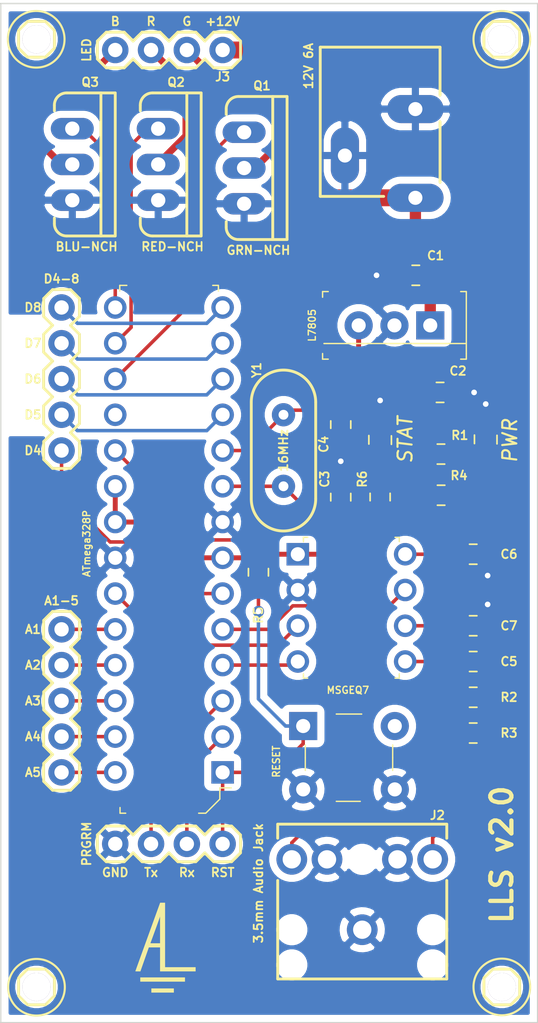
<source format=kicad_pcb>
(kicad_pcb (version 20240108) (generator "pcbnew") (generator_version "8.0")
  (layers (0 "F.Cu" signal) (31 "B.Cu" signal) (34 "B.Paste" user) (35 "F.Paste" user) (36 "B.SilkS" user "B.Silkscreen") (37 "F.SilkS" user "F.Silkscreen") (38 "B.Mask" user) (39 "F.Mask" user) (44 "Edge.Cuts" user))
  (net 0 "")
  (net 1 "GND")
  (net 2 "+12V")
  (net 3 "+5V")
  (net 4 "Net-(C3-Pad1)")
  (net 5 "Net-(C4-Pad1)")
  (net 6 "Net-(C5-Pad2)")
  (net 7 "AUDIO_IN")
  (net 8 "Net-(C6-Pad2)")
  (net 9 "Net-(C7-Pad1)")
  (net 10 "Net-(J2-PadTIP)")
  (net 11 "Net-(J2-PadRING)")
  (net 12 "Net-(J3-Pad4)")
  (net 13 "Net-(J3-Pad3)")
  (net 14 "Net-(J3-Pad2)")
  (net 15 "Net-(J4-Pad2)")
  (net 16 "Vg_Q1")
  (net 17 "Vg_Q2")
  (net 18 "Vg_Q3")
  (net 19 "Net-(S1-Pad2)")
  (net 20 "Net-(U1-Pad18)")
  (net 21 "Net-(J4-Pad3)")
  (net 22 "RST")
  (net 23 "Net-(J4-Pad5)")
  (net 24 "Net-(J4-Pad4)")
  (net 25 "Net-(J4-Pad1)")
  (net 26 "/Tx")
  (net 27 "/Rx")
  (net 28 "Net-(J6-Pad5)")
  (net 29 "Net-(J6-Pad4)")
  (net 30 "Net-(J6-Pad3)")
  (net 31 "Net-(J6-Pad2)")
  (net 32 "Net-(J6-Pad1)")
  (net 33 "Net-(PWR1-Pad1)")
  (net 34 "Net-(R6-Pad2)")
  (net 35 "Net-(R6-Pad1)")
  (net 36 "MSGEQ7_OUT")
  (net 37 "RESET")
  (net 38 "STROBE")
  (footprint "Source_Footprints:DIP-28_W7.62mm" (layer "F.Cu") (at 139.7 109.22 180)
    (property "Reference" "ATmega328P" (at 9.652 16.256 90) (layer "F.SilkS") (effects (font (size 0.5 0.5) (thickness 0.1))))
    (property "Value" "ATMEGA328P")
    (pad "1" thru_hole rect (at 0 0 180) (size 1.6 1.6) (drill 1) (layers "*.Cu" "*.Mask") (net 22 "RST"))
    (pad "2" thru_hole circle (at 0 2.54 180) (size 1.6 1.6) (drill 1) (layers "*.Cu" "*.Mask") (net 27 "/Rx"))
    (pad "3" thru_hole circle (at 0 5.08 180) (size 1.6 1.6) (drill 1) (layers "*.Cu" "*.Mask") (net 26 "/Tx"))
    (pad "4" thru_hole circle (at 0 7.62 180) (size 1.6 1.6) (drill 1) (layers "*.Cu" "*.Mask") (net 38 "STROBE"))
    (pad "5" thru_hole circle (at 0 10.16 180) (size 1.6 1.6) (drill 1) (layers "*.Cu" "*.Mask") (net 37 "RESET"))
    (pad "6" thru_hole circle (at 0 12.7 180) (size 1.6 1.6) (drill 1) (layers "*.Cu" "*.Mask") (net 32 "Net-(J6-Pad1)"))
    (pad "7" thru_hole circle (at 0 15.24 180) (size 1.6 1.6) (drill 1) (layers "*.Cu" "*.Mask") (net 3 "+5V"))
    (pad "8" thru_hole circle (at 0 17.78 180) (size 1.6 1.6) (drill 1) (layers "*.Cu" "*.Mask") (net 1 "GND"))
    (pad "9" thru_hole circle (at 0 20.32 180) (size 1.6 1.6) (drill 1) (layers "*.Cu" "*.Mask") (net 4 "Net-(C3-Pad1)"))
    (pad "10" thru_hole circle (at 0 22.86 180) (size 1.6 1.6) (drill 1) (layers "*.Cu" "*.Mask") (net 5 "Net-(C4-Pad1)"))
    (pad "11" thru_hole circle (at 0 25.4 180) (size 1.6 1.6) (drill 1) (layers "*.Cu" "*.Mask") (net 31 "Net-(J6-Pad2)"))
    (pad "12" thru_hole circle (at 0 27.94 180) (size 1.6 1.6) (drill 1) (layers "*.Cu" "*.Mask") (net 30 "Net-(J6-Pad3)"))
    (pad "13" thru_hole circle (at 0 30.48 180) (size 1.6 1.6) (drill 1) (layers "*.Cu" "*.Mask") (net 29 "Net-(J6-Pad4)"))
    (pad "14" thru_hole circle (at 0 33.02 180) (size 1.6 1.6) (drill 1) (layers "*.Cu" "*.Mask") (net 28 "Net-(J6-Pad5)"))
    (pad "15" thru_hole circle (at 7.62 33.02 180) (size 1.6 1.6) (drill 1) (layers "*.Cu" "*.Mask") (net 18 "Vg_Q3"))
    (pad "16" thru_hole circle (at 7.62 30.48 180) (size 1.6 1.6) (drill 1) (layers "*.Cu" "*.Mask") (net 17 "Vg_Q2"))
    (pad "17" thru_hole circle (at 7.62 27.94 180) (size 1.6 1.6) (drill 1) (layers "*.Cu" "*.Mask") (net 16 "Vg_Q1"))
    (pad "18" thru_hole circle (at 7.62 25.4 180) (size 1.6 1.6) (drill 1) (layers "*.Cu" "*.Mask") (net 20 "Net-(U1-Pad18)"))
    (pad "19" thru_hole circle (at 7.62 22.86 180) (size 1.6 1.6) (drill 1) (layers "*.Cu" "*.Mask") (net 34 "Net-(R6-Pad2)"))
    (pad "20" thru_hole circle (at 7.62 20.32 180) (size 1.6 1.6) (drill 1) (layers "*.Cu" "*.Mask") (net 3 "+5V"))
    (pad "21" thru_hole circle (at 7.62 17.78 180) (size 1.6 1.6) (drill 1) (layers "*.Cu" "*.Mask") (net 3 "+5V"))
    (pad "22" thru_hole circle (at 7.62 15.24 180) (size 1.6 1.6) (drill 1) (layers "*.Cu" "*.Mask") (net 1 "GND"))
    (pad "23" thru_hole circle (at 7.62 12.7 180) (size 1.6 1.6) (drill 1) (layers "*.Cu" "*.Mask") (net 36 "MSGEQ7_OUT"))
    (pad "24" thru_hole circle (at 7.62 10.16 180) (size 1.6 1.6) (drill 1) (layers "*.Cu" "*.Mask") (net 25 "Net-(J4-Pad1)"))
    (pad "25" thru_hole circle (at 7.62 7.62 180) (size 1.6 1.6) (drill 1) (layers "*.Cu" "*.Mask") (net 15 "Net-(J4-Pad2)"))
    (pad "26" thru_hole circle (at 7.62 5.08 180) (size 1.6 1.6) (drill 1) (layers "*.Cu" "*.Mask") (net 21 "Net-(J4-Pad3)"))
    (pad "27" thru_hole circle (at 7.62 2.54 180) (size 1.6 1.6) (drill 1) (layers "*.Cu" "*.Mask") (net 24 "Net-(J4-Pad4)"))
    (pad "28" thru_hole circle (at 7.62 0 180) (size 1.6 1.6) (drill 1) (layers "*.Cu" "*.Mask") (net 23 "Net-(J4-Pad5)"))
  )
  (footprint "Source_Footprints:DIP-8_W7.62mm" (layer "F.Cu") (at 145.034 93.726)
    (property "Reference" "MSGEQ7" (at 3.556 9.652 0) (layer "F.SilkS") (effects (font (size 0.5 0.5) (thickness 0.1))))
    (property "Value" "MSGEQ7")
    (pad "1" thru_hole rect (at 0 0) (size 1.6 1.6) (drill 1) (layers "*.Cu" "*.Mask") (net 3 "+5V"))
    (pad "2" thru_hole circle (at 0 2.54) (size 1.6 1.6) (drill 1) (layers "*.Cu" "*.Mask") (net 1 "GND"))
    (pad "3" thru_hole circle (at 0 5.08) (size 1.6 1.6) (drill 1) (layers "*.Cu" "*.Mask") (net 36 "MSGEQ7_OUT"))
    (pad "4" thru_hole circle (at 0 7.62) (size 1.6 1.6) (drill 1) (layers "*.Cu" "*.Mask") (net 38 "STROBE"))
    (pad "5" thru_hole circle (at 7.62 7.62) (size 1.6 1.6) (drill 1) (layers "*.Cu" "*.Mask") (net 7 "AUDIO_IN"))
    (pad "6" thru_hole circle (at 7.62 5.08) (size 1.6 1.6) (drill 1) (layers "*.Cu" "*.Mask") (net 9 "Net-(C7-Pad1)"))
    (pad "7" thru_hole circle (at 7.62 2.54) (size 1.6 1.6) (drill 1) (layers "*.Cu" "*.Mask") (net 37 "RESET"))
    (pad "8" thru_hole circle (at 7.62 0) (size 1.6 1.6) (drill 1) (layers "*.Cu" "*.Mask") (net 8 "Net-(C6-Pad2)"))
  )
  (footprint "Connectors:1X05" (layer "F.Cu") (at 128.27 99.06 -90)
    (property "Reference" "J4" (hide yes))
    (property "Value" "A1-5" (at -2.032 0 180) (layer "F.SilkS") (effects (font (size 0.6096 0.6096) (thickness 0.127))))
    (pad "1" thru_hole circle (at 0 0 270) (size 1.8796 1.8796) (drill 1.016) (layers "*.Cu" "*.Mask") (net 25 "Net-(J4-Pad1)"))
    (pad "2" thru_hole circle (at 2.54 0 270) (size 1.8796 1.8796) (drill 1.016) (layers "*.Cu" "*.Mask") (net 15 "Net-(J4-Pad2)"))
    (pad "3" thru_hole circle (at 5.08 0 270) (size 1.8796 1.8796) (drill 1.016) (layers "*.Cu" "*.Mask") (net 21 "Net-(J4-Pad3)"))
    (pad "4" thru_hole circle (at 7.62 0 270) (size 1.8796 1.8796) (drill 1.016) (layers "*.Cu" "*.Mask") (net 24 "Net-(J4-Pad4)"))
    (pad "5" thru_hole circle (at 10.16 0 270) (size 1.8796 1.8796) (drill 1.016) (layers "*.Cu" "*.Mask") (net 23 "Net-(J4-Pad5)"))
  )
  (footprint "Connectors:1X04" (layer "F.Cu") (at 139.7 114.3 180)
    (property "Reference" "J5" (hide yes))
    (property "Value" "PRGRM" (at 9.652 0 90) (layer "F.SilkS") (effects (font (size 0.6096 0.6096) (thickness 0.127))))
    (pad "1" thru_hole circle (at 0 0 180) (size 1.8796 1.8796) (drill 1.016) (layers "*.Cu" "*.Mask") (net 22 "RST"))
    (pad "2" thru_hole circle (at 2.54 0 180) (size 1.8796 1.8796) (drill 1.016) (layers "*.Cu" "*.Mask") (net 27 "/Rx"))
    (pad "3" thru_hole circle (at 5.08 0 180) (size 1.8796 1.8796) (drill 1.016) (layers "*.Cu" "*.Mask") (net 26 "/Tx"))
    (pad "4" thru_hole circle (at 7.62 0 180) (size 1.8796 1.8796) (drill 1.016) (layers "*.Cu" "*.Mask") (net 1 "GND"))
  )
  (footprint "Connectors:1X05" (layer "F.Cu") (at 128.27 86.36 90)
    (property "Reference" "J6" (hide yes))
    (property "Value" "D4-8" (at 12.192 0 180) (layer "F.SilkS") (effects (font (size 0.6096 0.6096) (thickness 0.127))))
    (pad "1" thru_hole circle (at 0 0 90) (size 1.8796 1.8796) (drill 1.016) (layers "*.Cu" "*.Mask") (net 32 "Net-(J6-Pad1)"))
    (pad "2" thru_hole circle (at 2.54 0 90) (size 1.8796 1.8796) (drill 1.016) (layers "*.Cu" "*.Mask") (net 31 "Net-(J6-Pad2)"))
    (pad "3" thru_hole circle (at 5.08 0 90) (size 1.8796 1.8796) (drill 1.016) (layers "*.Cu" "*.Mask") (net 30 "Net-(J6-Pad3)"))
    (pad "4" thru_hole circle (at 7.62 0 90) (size 1.8796 1.8796) (drill 1.016) (layers "*.Cu" "*.Mask") (net 29 "Net-(J6-Pad4)"))
    (pad "5" thru_hole circle (at 10.16 0 90) (size 1.8796 1.8796) (drill 1.016) (layers "*.Cu" "*.Mask") (net 28 "Net-(J6-Pad5)"))
  )
  (footprint "Resistor_SMD:R_0805_2012Metric_Pad1.15x1.40mm_HandSolder" (layer "F.Cu") (at 150.876 89.662 -90)
    (property "Reference" "R6" (at -1.27 1.27 90) (layer "F.SilkS") (effects (font (size 0.6096 0.6096) (thickness 0.127))))
    (property "Value" "220")
    (pad "1" smd roundrect (at -1.025 0 270) (size 1.15 1.4) (layers "F.Cu" "F.Paste" "F.Mask") (roundrect_rratio 0.217391) (net 35 "Net-(R6-Pad1)"))
    (pad "2" smd roundrect (at 1.025 0 270) (size 1.15 1.4) (layers "F.Cu" "F.Paste" "F.Mask") (roundrect_rratio 0.217391) (net 34 "Net-(R6-Pad2)"))
  )
  (footprint "digikey-footprints:0805" (layer "F.Cu") (at 150.876 85.598 90)
    (property "Reference" "STAT" (at 0 1.778 90) (layer "F.SilkS") (effects (font (thickness 0.15) (italic yes))))
    (property "Value" "LED")
    (pad "1" smd rect (at -1.05 0 90) (size 1.2 1.2) (layers "F.Cu" "F.Paste" "F.Mask") (net 35 "Net-(R6-Pad1)"))
    (pad "2" smd rect (at 1.05 0 90) (size 1.2 1.2) (layers "F.Cu" "F.Paste" "F.Mask") (net 1 "GND"))
  )
  (footprint "Capacitor_SMD:C_0805_2012Metric_Pad1.15x1.40mm_HandSolder" (layer "F.Cu") (at 153.407 73.914 180)
    (property "Reference" "C1" (at -1.406 1.397 0) (layer "F.SilkS") (effects (font (size 0.6096 0.6096) (thickness 0.127))))
    (property "Value" "10uF")
    (pad "1" smd roundrect (at -1.025 0 180) (size 1.15 1.4) (layers "F.Cu" "F.Paste" "F.Mask") (roundrect_rratio 0.217391) (net 2 "+12V"))
    (pad "2" smd roundrect (at 1.025 0 180) (size 1.15 1.4) (layers "F.Cu" "F.Paste" "F.Mask") (roundrect_rratio 0.217391) (net 1 "GND"))
  )
  (footprint "Capacitor_SMD:C_0805_2012Metric_Pad1.15x1.40mm_HandSolder" (layer "F.Cu") (at 155.1305 82.2325)
    (property "Reference" "C2" (at 1.27 -1.524 0) (layer "F.SilkS") (effects (font (size 0.6096 0.6096) (thickness 0.127))))
    (property "Value" "10uF")
    (pad "1" smd roundrect (at -1.025 0) (size 1.15 1.4) (layers "F.Cu" "F.Paste" "F.Mask") (roundrect_rratio 0.217391) (net 3 "+5V"))
    (pad "2" smd roundrect (at 1.025 0) (size 1.15 1.4) (layers "F.Cu" "F.Paste" "F.Mask") (roundrect_rratio 0.217391) (net 1 "GND"))
  )
  (footprint "Capacitor_SMD:C_0805_2012Metric_Pad1.15x1.40mm_HandSolder" (layer "F.Cu") (at 148.082 89.671 90)
    (property "Reference" "C3" (at 1.279 -1.143 90) (layer "F.SilkS") (effects (font (size 0.6096 0.6096) (thickness 0.127))))
    (property "Value" "22p")
    (pad "1" smd roundrect (at -1.025 0 90) (size 1.15 1.4) (layers "F.Cu" "F.Paste" "F.Mask") (roundrect_rratio 0.217391) (net 4 "Net-(C3-Pad1)"))
    (pad "2" smd roundrect (at 1.025 0 90) (size 1.15 1.4) (layers "F.Cu" "F.Paste" "F.Mask") (roundrect_rratio 0.217391) (net 1 "GND"))
  )
  (footprint "Capacitor_SMD:C_0805_2012Metric_Pad1.15x1.40mm_HandSolder" (layer "F.Cu") (at 157.48 101.346)
    (property "Reference" "C5" (at 2.54 0 0) (layer "F.SilkS") (effects (font (size 0.6096 0.6096) (thickness 0.127))))
    (property "Value" "0.1u")
    (pad "1" smd roundrect (at -1.025 0) (size 1.15 1.4) (layers "F.Cu" "F.Paste" "F.Mask") (roundrect_rratio 0.217391) (net 7 "AUDIO_IN"))
    (pad "2" smd roundrect (at 1.025 0) (size 1.15 1.4) (layers "F.Cu" "F.Paste" "F.Mask") (roundrect_rratio 0.217391) (net 6 "Net-(C5-Pad2)"))
  )
  (footprint "Capacitor_SMD:C_0805_2012Metric_Pad1.15x1.40mm_HandSolder" (layer "F.Cu") (at 157.48 93.726 180)
    (property "Reference" "C6" (at -2.54 0 0) (layer "F.SilkS") (effects (font (size 0.6096 0.6096) (thickness 0.127))))
    (property "Value" "33p")
    (pad "1" smd roundrect (at -1.025 0 180) (size 1.15 1.4) (layers "F.Cu" "F.Paste" "F.Mask") (roundrect_rratio 0.217391) (net 1 "GND"))
    (pad "2" smd roundrect (at 1.025 0 180) (size 1.15 1.4) (layers "F.Cu" "F.Paste" "F.Mask") (roundrect_rratio 0.217391) (net 8 "Net-(C6-Pad2)"))
  )
  (footprint "Capacitor_SMD:C_0805_2012Metric_Pad1.15x1.40mm_HandSolder" (layer "F.Cu") (at 157.48 98.806)
    (property "Reference" "C7" (at 2.54 0 0) (layer "F.SilkS") (effects (font (size 0.6096 0.6096) (thickness 0.127))))
    (property "Value" "0.1u")
    (pad "1" smd roundrect (at -1.025 0) (size 1.15 1.4) (layers "F.Cu" "F.Paste" "F.Mask") (roundrect_rratio 0.217391) (net 9 "Net-(C7-Pad1)"))
    (pad "2" smd roundrect (at 1.025 0) (size 1.15 1.4) (layers "F.Cu" "F.Paste" "F.Mask") (roundrect_rratio 0.217391) (net 1 "GND"))
  )
  (footprint "digikey-footprints:0805" (layer "F.Cu") (at 158.369 85.564 90)
    (property "Reference" "PWR" (at -0.0975 1.7145 90) (layer "F.SilkS") (effects (font (thickness 0.15) (italic yes))))
    (property "Value" "LED")
    (pad "1" smd rect (at -1.05 0 90) (size 1.2 1.2) (layers "F.Cu" "F.Paste" "F.Mask") (net 33 "Net-(PWR1-Pad1)"))
    (pad "2" smd rect (at 1.05 0 90) (size 1.2 1.2) (layers "F.Cu" "F.Paste" "F.Mask") (net 1 "GND"))
  )
  (footprint "Connectors:AUDIO-JACK" (layer "F.Cu") (at 149.606 120.396 90)
    (property "Reference" "J2" (at 8.128 5.334 180) (layer "F.SilkS") (effects (font (size 0.6096 0.6096) (thickness 0.127))))
    (property "Value" "3.5mm Audio Jack" (at 3.302 -7.366 90) (layer "F.SilkS") (effects (font (size 0.6096 0.6096) (thickness 0.127))))
    (pad "" np_thru_hole circle (at -2.49936 -4.99872 90) (size 1.19888 1.19888) (drill 1.19888) (layers "*.Cu" "*.Mask"))
    (pad "" np_thru_hole circle (at -2.49936 4.99872 90) (size 1.19888 1.19888) (drill 1.19888) (layers "*.Cu" "*.Mask"))
    (pad "" np_thru_hole circle (at 0 -4.99872 90) (size 1.19888 1.19888) (drill 1.19888) (layers "*.Cu" "*.Mask"))
    (pad "" np_thru_hole circle (at 0 4.99872 90) (size 1.19888 1.19888) (drill 1.19888) (layers "*.Cu" "*.Mask"))
    (pad "" np_thru_hole circle (at 4.99872 0 90) (size 1.19888 1.19888) (drill 1.19888) (layers "*.Cu" "*.Mask"))
    (pad "RING" thru_hole circle (at 4.99872 -4.99872 90) (size 2.18186 2.18186) (drill 1.29794) (layers "*.Cu" "*.Mask") (net 11 "Net-(J2-PadRING)"))
    (pad "RSH" thru_hole circle (at 4.99872 -2.49936 90) (size 2.18186 2.18186) (drill 1.29794) (layers "*.Cu" "*.Mask") (net 1 "GND"))
    (pad "SLEE" thru_hole circle (at 0 0 90) (size 2.18186 2.18186) (drill 1.29794) (layers "*.Cu" "*.Mask") (net 1 "GND"))
    (pad "TIP" thru_hole circle (at 4.99872 4.99872 90) (size 2.18186 2.18186) (drill 1.29794) (layers "*.Cu" "*.Mask") (net 10 "Net-(J2-PadTIP)"))
    (pad "TSH" thru_hole circle (at 4.99872 2.49936 90) (size 2.18186 2.18186) (drill 1.29794) (layers "*.Cu" "*.Mask") (net 1 "GND"))
  )
  (footprint "Connectors:1X04" (layer "F.Cu") (at 139.7 57.912 180)
    (property "Reference" "J3" (at 0 -1.905 0) (layer "F.SilkS") (effects (font (size 0.6096 0.6096) (thickness 0.127))))
    (property "Value" "LED" (at 9.652 0 90) (layer "F.SilkS") (effects (font (size 0.6096 0.6096) (thickness 0.127))))
    (pad "1" thru_hole circle (at 0 0 180) (size 1.8796 1.8796) (drill 1.016) (layers "*.Cu" "*.Mask") (net 2 "+12V"))
    (pad "2" thru_hole circle (at 2.54 0 180) (size 1.8796 1.8796) (drill 1.016) (layers "*.Cu" "*.Mask") (net 14 "Net-(J3-Pad2)"))
    (pad "3" thru_hole circle (at 5.08 0 180) (size 1.8796 1.8796) (drill 1.016) (layers "*.Cu" "*.Mask") (net 13 "Net-(J3-Pad3)"))
    (pad "4" thru_hole circle (at 7.62 0 180) (size 1.8796 1.8796) (drill 1.016) (layers "*.Cu" "*.Mask") (net 12 "Net-(J3-Pad4)"))
  )
  (footprint "Silicon-Standard:TO220V" (layer "F.Cu") (at 141.224 66.294 -90)
    (property "Reference" "Q1" (at -5.842 -1.27 0) (layer "F.SilkS") (effects (font (size 0.6096 0.6096) (thickness 0.127))))
    (property "Value" "GRN-NCH" (at 5.842 -1.016 0) (layer "F.SilkS") (effects (font (size 0.6096 0.6096) (thickness 0.127))))
    (pad "1" thru_hole oval (at -2.54 0 90) (size 1.524 3.048) (drill 1.016) (layers "*.Cu" "*.Mask") (net 16 "Vg_Q1"))
    (pad "2" thru_hole oval (at 0 0 90) (size 1.524 3.048) (drill 1.016) (layers "*.Cu" "*.Mask") (net 14 "Net-(J3-Pad2)"))
    (pad "3" thru_hole oval (at 2.54 0 90) (size 1.524 3.048) (drill 1.016) (layers "*.Cu" "*.Mask") (net 1 "GND"))
  )
  (footprint "Silicon-Standard:TO220V" (layer "F.Cu") (at 135.128 66.04 -90)
    (property "Reference" "Q2" (at -5.842 -1.27 0) (layer "F.SilkS") (effects (font (size 0.6096 0.6096) (thickness 0.127))))
    (property "Value" "RED-NCH" (at 5.842 -1.016 0) (layer "F.SilkS") (effects (font (size 0.6096 0.6096) (thickness 0.127))))
    (pad "1" thru_hole oval (at -2.54 0 90) (size 1.524 3.048) (drill 1.016) (layers "*.Cu" "*.Mask") (net 17 "Vg_Q2"))
    (pad "2" thru_hole oval (at 0 0 90) (size 1.524 3.048) (drill 1.016) (layers "*.Cu" "*.Mask") (net 13 "Net-(J3-Pad3)"))
    (pad "3" thru_hole oval (at 2.54 0 90) (size 1.524 3.048) (drill 1.016) (layers "*.Cu" "*.Mask") (net 1 "GND"))
  )
  (footprint "Silicon-Standard:TO220V" (layer "F.Cu") (at 129.032 66.04 -90)
    (property "Reference" "Q3" (at -5.842 -1.27 0) (layer "F.SilkS") (effects (font (size 0.6096 0.6096) (thickness 0.127))))
    (property "Value" "BLU-NCH" (at 5.842 -1.016 0) (layer "F.SilkS") (effects (font (size 0.6096 0.6096) (thickness 0.127))))
    (pad "1" thru_hole oval (at -2.54 0 90) (size 1.524 3.048) (drill 1.016) (layers "*.Cu" "*.Mask") (net 18 "Vg_Q3"))
    (pad "2" thru_hole oval (at 0 0 90) (size 1.524 3.048) (drill 1.016) (layers "*.Cu" "*.Mask") (net 12 "Net-(J3-Pad4)"))
    (pad "3" thru_hole oval (at 2.54 0 90) (size 1.524 3.048) (drill 1.016) (layers "*.Cu" "*.Mask") (net 1 "GND"))
  )
  (footprint "Resistor_SMD:R_0805_2012Metric_Pad1.15x1.40mm_HandSolder" (layer "F.Cu") (at 155.194 86.614 180)
    (property "Reference" "R1" (at -1.3335 1.3335 0) (layer "F.SilkS") (effects (font (size 0.6096 0.6096) (thickness 0.127))))
    (property "Value" "220")
    (pad "1" smd roundrect (at -1.025 0 180) (size 1.15 1.4) (layers "F.Cu" "F.Paste" "F.Mask") (roundrect_rratio 0.217391) (net 33 "Net-(PWR1-Pad1)"))
    (pad "2" smd roundrect (at 1.025 0 180) (size 1.15 1.4) (layers "F.Cu" "F.Paste" "F.Mask") (roundrect_rratio 0.217391) (net 3 "+5V"))
  )
  (footprint "Resistor_SMD:R_0805_2012Metric_Pad1.15x1.40mm_HandSolder" (layer "F.Cu") (at 157.48 103.886 180)
    (property "Reference" "R2" (at -2.54 0 0) (layer "F.SilkS") (effects (font (size 0.6096 0.6096) (thickness 0.127))))
    (property "Value" "22k")
    (pad "1" smd roundrect (at -1.025 0 180) (size 1.15 1.4) (layers "F.Cu" "F.Paste" "F.Mask") (roundrect_rratio 0.217391) (net 6 "Net-(C5-Pad2)"))
    (pad "2" smd roundrect (at 1.025 0 180) (size 1.15 1.4) (layers "F.Cu" "F.Paste" "F.Mask") (roundrect_rratio 0.217391) (net 11 "Net-(J2-PadRING)"))
  )
  (footprint "Resistor_SMD:R_0805_2012Metric_Pad1.15x1.40mm_HandSolder" (layer "F.Cu") (at 157.48 106.426 180)
    (property "Reference" "R3" (at -2.54 0 0) (layer "F.SilkS") (effects (font (size 0.6096 0.6096) (thickness 0.127))))
    (property "Value" "22k")
    (pad "1" smd roundrect (at -1.025 0 180) (size 1.15 1.4) (layers "F.Cu" "F.Paste" "F.Mask") (roundrect_rratio 0.217391) (net 6 "Net-(C5-Pad2)"))
    (pad "2" smd roundrect (at 1.025 0 180) (size 1.15 1.4) (layers "F.Cu" "F.Paste" "F.Mask") (roundrect_rratio 0.217391) (net 10 "Net-(J2-PadTIP)"))
  )
  (footprint "Resistor_SMD:R_0805_2012Metric_Pad1.15x1.40mm_HandSolder" (layer "F.Cu") (at 155.203 89.535)
    (property "Reference" "R4" (at 1.27 -1.397 0) (layer "F.SilkS") (effects (font (size 0.6096 0.6096) (thickness 0.127))))
    (property "Value" "200k")
    (pad "1" smd roundrect (at -1.025 0) (size 1.15 1.4) (layers "F.Cu" "F.Paste" "F.Mask") (roundrect_rratio 0.217391) (net 3 "+5V"))
    (pad "2" smd roundrect (at 1.025 0) (size 1.15 1.4) (layers "F.Cu" "F.Paste" "F.Mask") (roundrect_rratio 0.217391) (net 8 "Net-(C6-Pad2)"))
  )
  (footprint "Resistor_SMD:R_0805_2012Metric_Pad1.15x1.40mm_HandSolder" (layer "F.Cu") (at 142.24 95.005 90)
    (property "Reference" "R5" (at -3.048 0 90) (layer "F.SilkS") (effects (font (size 0.6096 0.6096) (thickness 0.127))))
    (property "Value" "10k")
    (pad "1" smd roundrect (at -1.025 0 90) (size 1.15 1.4) (layers "F.Cu" "F.Paste" "F.Mask") (roundrect_rratio 0.217391) (net 22 "RST"))
    (pad "2" smd roundrect (at 1.025 0 90) (size 1.15 1.4) (layers "F.Cu" "F.Paste" "F.Mask") (roundrect_rratio 0.217391) (net 3 "+5V"))
  )
  (footprint "digikey-footprints:TO-220-3" (layer "F.Cu") (at 154.432 77.47 180)
    (property "Reference" "L7805" (at 8.382 0 90) (layer "F.SilkS") (effects (font (size 0.5 0.5) (thickness 0.1))))
    (property "Value" "L7805CV")
    (pad "1" thru_hole rect (at 0 0 180) (size 2 2) (drill 1) (layers "*.Cu" "*.Mask") (net 2 "+12V"))
    (pad "2" thru_hole circle (at 2.54 0 180) (size 2 2) (drill 1) (layers "*.Cu" "*.Mask") (net 1 "GND"))
    (pad "3" thru_hole circle (at 5.08 0 180) (size 2 2) (drill 1) (layers "*.Cu" "*.Mask") (net 3 "+5V"))
  )
  (footprint "Connectors:POWER_JACK_SLOT" (layer "F.Cu") (at 155.956 54.61 180)
    (property "Reference" "J1" (hide yes))
    (property "Value" "12V 6A" (at 10.16 -4.445 90) (layer "F.SilkS") (effects (font (size 0.6096 0.6096) (thickness 0.127))))
    (pad "GND@" thru_hole oval (at 2.5781 -7.49808 270) (size 1.99898 3.99796) (drill 0.99822) (layers "*.Cu" "*.Mask") (net 1 "GND"))
    (pad "GND@" thru_hole oval (at 7.57936 -10.79754) (size 1.99898 3.99796) (drill 0.99822) (layers "*.Cu" "*.Mask") (net 1 "GND"))
    (pad "PWR" thru_hole oval (at 2.5781 -13.79982 270) (size 1.99898 3.99796) (drill 0.99822) (layers "*.Cu" "*.Mask") (net 2 "+12V"))
  )
  (footprint "digikey-footprints:Switch_Tactile_THT_B3F-1xxx" (layer "F.Cu") (at 145.415 105.918)
    (property "Reference" "RESET" (at -1.905 2.54 90) (layer "F.SilkS") (effects (font (size 0.5 0.5) (thickness 0.1))))
    (property "Value" "SW400-ND")
    (pad "1" thru_hole rect (at 0.0012 0.0106) (size 2 2) (drill 1) (layers "*.Cu" "*.Mask") (net 22 "RST"))
    (pad "2" thru_hole circle (at 6.5012 0.0106) (size 2 2) (drill 1) (layers "*.Cu" "*.Mask") (net 19 "Net-(S1-Pad2)"))
    (pad "3" thru_hole circle (at 0.0012 4.5106) (size 2 2) (drill 1) (layers "*.Cu" "*.Mask") (net 1 "GND"))
    (pad "4" thru_hole circle (at 6.5012 4.5106) (size 2 2) (drill 1) (layers "*.Cu" "*.Mask") (net 1 "GND"))
  )
  (footprint "Clocks:HC49US" (layer "F.Cu") (at 144.018 86.36 90)
    (property "Reference" "Y1" (at 5.715 -1.905 90) (layer "F.SilkS") (effects (font (size 0.6096 0.6096) (thickness 0.127))))
    (property "Value" "16MHz" (at 0 0 90) (layer "F.SilkS") (effects (font (size 0.6096 0.6096) (thickness 0.127))))
    (pad "1" thru_hole circle (at -2.54 0 90) (size 1.651 1.651) (drill 0.6985) (layers "*.Cu" "*.Mask") (net 4 "Net-(C3-Pad1)"))
    (pad "2" thru_hole circle (at 2.54 0 90) (size 1.651 1.651) (drill 0.6985) (layers "*.Cu" "*.Mask") (net 5 "Net-(C4-Pad1)"))
  )
  (footprint "Capacitor_SMD:C_0805_2012Metric_Pad1.15x1.40mm_HandSolder" (layer "F.Cu") (at 148.082 84.5185 -90)
    (property "Reference" "C4" (at 1.397 1.2065 90) (layer "F.SilkS") (effects (font (size 0.6096 0.6096) (thickness 0.127))))
    (property "Value" "22p")
    (pad "1" smd roundrect (at -1.025 0 270) (size 1.15 1.4) (layers "F.Cu" "F.Paste" "F.Mask") (roundrect_rratio 0.217391) (net 5 "Net-(C4-Pad1)"))
    (pad "2" smd roundrect (at 1.025 0 270) (size 1.15 1.4) (layers "F.Cu" "F.Paste" "F.Mask") (roundrect_rratio 0.217391) (net 1 "GND"))
  )
  (footprint "Aesthetics:logo" (layer "F.Cu") (at 135.636 121.666)
    (property "Reference" "m" (hide yes))
    (property "Value" "LOGO" (hide yes))
  )
  (footprint "Connectors:1X01" (layer "F.Cu") (at 126.492 124.46)
    (property "Reference" " " (at 0 -1.778 0) (layer "F.SilkS") (effects (font (size 0.6096 0.6096) (thickness 0.127))))
    (property "Value" " " (at 0 1.905 0) (layer "F.SilkS") (effects (font (size 0.6096 0.6096) (thickness 0.127))))
    (pad "1" thru_hole circle (at 0 0) (size 2 2) (drill 2) (layers "*.Cu" "*.Mask"))
  )
  (footprint "Connectors:1X01" (layer "F.Cu") (at 159.512 124.46)
    (property "Reference" " " (at 0 -1.778 0) (layer "F.SilkS") (effects (font (size 0.6096 0.6096) (thickness 0.127))))
    (property "Value" " " (at 0 1.905 0) (layer "F.SilkS") (effects (font (size 0.6096 0.6096) (thickness 0.127))))
    (pad "1" thru_hole circle (at 0 0) (size 2 2) (drill 2) (layers "*.Cu" "*.Mask"))
  )
  (footprint "Connectors:1X01" (layer "F.Cu") (at 159.512 57.15)
    (property "Reference" " " (at 0 -1.778 0) (layer "F.SilkS") (effects (font (size 0.6096 0.6096) (thickness 0.127))))
    (property "Value" " " (at 0 1.905 0) (layer "F.SilkS") (effects (font (size 0.6096 0.6096) (thickness 0.127))))
    (pad "1" thru_hole circle (at 0 0) (size 2 2) (drill 2) (layers "*.Cu" "*.Mask"))
  )
  (footprint "Connectors:1X01" (layer "F.Cu") (at 126.492 57.15)
    (property "Reference" " " (at 0 -1.778 0) (layer "F.SilkS") (effects (font (size 0.6096 0.6096) (thickness 0.127))))
    (property "Value" " " (at 0 1.905 0) (layer "F.SilkS") (effects (font (size 0.6096 0.6096) (thickness 0.127))))
    (pad "1" thru_hole circle (at 0 0) (size 2 2) (drill 2) (layers "*.Cu" "*.Mask"))
  )
  (gr_circle (center 159.512 57.15) (end 157.5054 57.277) (stroke (width 0.15)) (fill none) (layer "F.SilkS"))
  (gr_circle (center 126.470614 57.15) (end 124.464014 57.277) (stroke (width 0.15)) (fill none) (layer "F.SilkS"))
  (gr_circle (center 126.492 124.481386) (end 124.4854 124.608386) (stroke (width 0.15)) (fill none) (layer "F.SilkS"))
  (gr_circle (center 159.512 124.46) (end 157.5054 124.587) (stroke (width 0.15)) (fill none) (layer "F.SilkS"))
  (gr_line (start 123.952 54.61) (end 162.052 54.61) (stroke (width 0.1)) (layer "Edge.Cuts"))
  (gr_line (start 162.052 54.61) (end 162.052 127) (stroke (width 0.1)) (layer "Edge.Cuts"))
  (gr_line (start 123.952 127) (end 123.952 54.61) (stroke (width 0.1)) (layer "Edge.Cuts"))
  (gr_line (start 162.052 127) (end 123.952 127) (stroke (width 0.1)) (layer "Edge.Cuts"))
  (gr_text "A2" (at 126.238 101.6 0) (layer "F.SilkS") (effects (font (size 0.6096 0.6096) (thickness 0.127))))
  (gr_text "A3\n" (at 126.238 104.14 0) (layer "F.SilkS") (effects (font (size 0.6096 0.6096) (thickness 0.127))))
  (gr_text "A4\n" (at 126.238 106.68 0) (layer "F.SilkS") (effects (font (size 0.6096 0.6096) (thickness 0.127))))
  (gr_text "A5" (at 126.238 109.22 0) (layer "F.SilkS") (effects (font (size 0.6096 0.6096) (thickness 0.127))))
  (gr_text "D4" (at 126.238 86.36 0) (layer "F.SilkS") (effects (font (size 0.6096 0.6096) (thickness 0.127))))
  (gr_text "D5" (at 126.238 83.82 0) (layer "F.SilkS") (effects (font (size 0.6096 0.6096) (thickness 0.127))))
  (gr_text "D6" (at 126.238 81.28 0) (layer "F.SilkS") (effects (font (size 0.6096 0.6096) (thickness 0.127))))
  (gr_text "D7" (at 126.238 78.74 0) (layer "F.SilkS") (effects (font (size 0.6096 0.6096) (thickness 0.127))))
  (gr_text "D8" (at 126.238 76.2 0) (layer "F.SilkS") (effects (font (size 0.6096 0.6096) (thickness 0.127))))
  (gr_text "A1" (at 126.238 99.06 0) (layer "F.SilkS") (effects (font (size 0.6096 0.6096) (thickness 0.127))))
  (gr_text "B" (at 132.08 55.88 0) (layer "F.SilkS") (effects (font (size 0.6096 0.6096) (thickness 0.127))))
  (gr_text "R" (at 134.62 55.88 0) (layer "F.SilkS") (effects (font (size 0.6096 0.6096) (thickness 0.127))))
  (gr_text "G" (at 137.16 55.88 0) (layer "F.SilkS") (effects (font (size 0.6096 0.6096) (thickness 0.127))))
  (gr_text "+12V" (at 139.7 55.88 0) (layer "F.SilkS") (effects (font (size 0.6096 0.6096) (thickness 0.127))))
  (gr_text "Rx" (at 137.16 116.332 0) (layer "F.SilkS") (effects (font (size 0.6096 0.6096) (thickness 0.127))))
  (gr_text "RST" (at 139.7 116.332 0) (layer "F.SilkS") (effects (font (size 0.6096 0.6096) (thickness 0.127))))
  (gr_text "Tx" (at 134.62 116.332 0) (layer "F.SilkS") (effects (font (size 0.6096 0.6096) (thickness 0.127))))
  (gr_text "LLS v2.0" (at 159.512 115.062 90) (layer "F.SilkS") (effects (font (size 1.5 1.5) (thickness 0.3))))
  (gr_text "GND" (at 132.08 116.332 0) (layer "F.SilkS") (effects (font (size 0.6096 0.6096) (thickness 0.127))))
  (segment (start 158.505 95.241) (end 158.505 95.241) (width 0.25) (layer "F.Cu") (net 1))
  (segment (start 158.505 97.291) (end 158.505 97.291) (width 0.25) (layer "F.Cu") (net 1))
  (segment (start 150.622 73.914) (end 150.622 73.914) (width 0.25) (layer "F.Cu") (net 1))
  (segment (start 148.082 87.122) (end 148.082 87.122) (width 0.25) (layer "F.Cu") (net 1))
  (segment (start 158.369 83.058) (end 158.369 83.058) (width 0.25) (layer "F.Cu") (net 1))
  (segment (start 150.876 82.804) (end 150.876 82.804) (width 0.25) (layer "F.Cu") (net 1))
  (segment (start 152.382 73.914) (end 150.622 73.914) (width 0.25) (layer "F.Cu") (net 1))
  (segment (start 156.8305 82.2325) (end 157.5435 82.2325) (width 0.25) (layer "F.Cu") (net 1))
  (segment (start 148.082 88.646) (end 148.082 87.971) (width 0.25) (layer "F.Cu") (net 1))
  (segment (start 156.1555 82.2325) (end 156.8305 82.2325) (width 0.25) (layer "F.Cu") (net 1))
  (segment (start 158.505 93.726) (end 158.505 95.241) (width 0.25) (layer "F.Cu") (net 1))
  (segment (start 158.369 84.514) (end 158.369 83.058) (width 0.25) (layer "F.Cu") (net 1))
  (segment (start 148.082 85.5435) (end 148.082 87.122) (width 0.25) (layer "F.Cu") (net 1))
  (segment (start 148.082 87.971) (end 148.082 87.122) (width 0.25) (layer "F.Cu") (net 1))
  (segment (start 158.505 98.806) (end 158.505 97.291) (width 0.25) (layer "F.Cu") (net 1))
  (segment (start 150.876 84.548) (end 150.876 82.804) (width 0.25) (layer "F.Cu") (net 1))
  (via (at 150.622 73.914) (size 0.8) (drill 0.4) (layers "F.Cu" "B.Cu") (net 1))
  (via (at 158.505 97.291) (size 0.8) (drill 0.4) (layers "F.Cu" "B.Cu") (net 1))
  (via (at 158.369 83.058) (size 0.8) (drill 0.4) (layers "F.Cu" "B.Cu") (net 1))
  (via (at 148.082 87.122) (size 0.8) (drill 0.4) (layers "F.Cu" "B.Cu") (net 1))
  (via (at 158.505 95.241) (size 0.8) (drill 0.4) (layers "F.Cu" "B.Cu") (net 1))
  (via (at 150.876 82.804) (size 0.8) (drill 0.4) (layers "F.Cu" "B.Cu") (net 1))
  (via (at 157.5435 82.2325) (size 0.8) (drill 0.4) (layers "F.Cu" "B.Cu") (net 1))
  (segment (start 154.187 77.225) (end 154.432 77.47) (width 0.25) (layer "F.Cu") (net 2))
  (segment (start 146.13382 68.40982) (end 153.3779 68.40982) (width 1.2) (layer "F.Cu") (net 2))
  (segment (start 143.764 57.912) (end 145.288 59.436) (width 1.2) (layer "F.Cu") (net 2))
  (segment (start 153.3779 68.40982) (end 153.3779 70.8279) (width 0.8) (layer "F.Cu") (net 2))
  (segment (start 139.7 57.912) (end 143.764 57.912) (width 1.2) (layer "F.Cu") (net 2))
  (segment (start 154.432 73.914) (end 154.432 77.47) (width 0.8) (layer "F.Cu") (net 2))
  (segment (start 154.432 71.882) (end 154.432 73.914) (width 0.8) (layer "F.Cu") (net 2))
  (segment (start 145.288 59.436) (end 145.288 67.564) (width 1.2) (layer "F.Cu") (net 2))
  (segment (start 145.288 67.564) (end 146.13382 68.40982) (width 1.2) (layer "F.Cu") (net 2))
  (segment (start 153.3779 70.8279) (end 154.432 71.882) (width 0.8) (layer "F.Cu") (net 2))
  (segment (start 145.034 93.726) (end 149.987 93.726) (width 0.35) (layer "F.Cu") (net 3))
  (segment (start 150.622 81.28) (end 153.153 81.28) (width 0.35) (layer "F.Cu") (net 3))
  (segment (start 153.153 81.28) (end 154.1055 82.2325) (width 0.35) (layer "F.Cu") (net 3))
  (segment (start 132.08 88.9) (end 132.08 91.44) (width 0.35) (layer "F.Cu") (net 3))
  (segment (start 136.906 93.98) (end 134.366 91.44) (width 0.35) (layer "F.Cu") (net 3))
  (segment (start 145.034 93.726) (end 142.494 93.726) (width 0.35) (layer "F.Cu") (net 3))
  (segment (start 154.178 89.535) (end 149.987 93.726) (width 0.35) (layer "F.Cu") (net 3))
  (segment (start 149.352 77.47) (end 149.352 80.01) (width 0.35) (layer "F.Cu") (net 3))
  (segment (start 154.169 86.614) (end 154.169 89.526) (width 0.35) (layer "F.Cu") (net 3))
  (segment (start 149.352 80.01) (end 150.622 81.28) (width 0.35) (layer "F.Cu") (net 3))
  (segment (start 154.1055 86.5505) (end 154.169 86.614) (width 0.35) (layer "F.Cu") (net 3))
  (segment (start 154.169 89.526) (end 154.178 89.535) (width 0.35) (layer "F.Cu") (net 3))
  (segment (start 139.7 93.98) (end 136.906 93.98) (width 0.35) (layer "F.Cu") (net 3))
  (segment (start 134.366 91.44) (end 132.08 91.44) (width 0.35) (layer "F.Cu") (net 3))
  (segment (start 142.494 93.726) (end 142.24 93.98) (width 0.35) (layer "F.Cu") (net 3))
  (segment (start 139.954 93.726) (end 139.7 93.98) (width 0.25) (layer "F.Cu") (net 3))
  (segment (start 154.1055 82.2325) (end 154.1055 86.5505) (width 0.35) (layer "F.Cu") (net 3))
  (segment (start 142.24 93.98) (end 139.7 93.98) (width 0.35) (layer "F.Cu") (net 3))
  (segment (start 139.7 88.9) (end 144.018 88.9) (width 0.25) (layer "F.Cu") (net 4))
  (segment (start 148.082 90.696) (end 145.814 90.696) (width 0.25) (layer "F.Cu") (net 4))
  (segment (start 145.814 90.696) (end 144.018 88.9) (width 0.25) (layer "F.Cu") (net 4))
  (segment (start 141.478 86.36) (end 144.018 83.82) (width 0.25) (layer "F.Cu") (net 5))
  (segment (start 148.082 83.4935) (end 144.3445 83.4935) (width 0.25) (layer "F.Cu") (net 5))
  (segment (start 139.7 86.36) (end 141.478 86.36) (width 0.25) (layer "F.Cu") (net 5))
  (segment (start 144.3445 83.4935) (end 144.018 83.82) (width 0.25) (layer "F.Cu") (net 5))
  (segment (start 158.505 101.346) (end 158.505 103.886) (width 0.25) (layer "F.Cu") (net 6))
  (segment (start 158.505 103.886) (end 158.505 106.426) (width 0.25) (layer "F.Cu") (net 6))
  (segment (start 153.78537 101.346) (end 156.455 101.346) (width 0.25) (layer "F.Cu") (net 7))
  (segment (start 152.654 101.346) (end 153.78537 101.346) (width 0.25) (layer "F.Cu") (net 7))
  (segment (start 156.228 93.499) (end 156.455 93.726) (width 0.25) (layer "F.Cu") (net 8))
  (segment (start 153.78537 93.726) (end 156.455 93.726) (width 0.25) (layer "F.Cu") (net 8))
  (segment (start 156.228 89.535) (end 156.228 93.499) (width 0.25) (layer "F.Cu") (net 8))
  (segment (start 152.654 93.726) (end 153.78537 93.726) (width 0.25) (layer "F.Cu") (net 8))
  (segment (start 152.654 98.806) (end 156.455 98.806) (width 0.25) (layer "F.Cu") (net 9))
  (segment (start 154.60472 113.854472) (end 155.831628 112.627564) (width 0.25) (layer "F.Cu") (net 10))
  (segment (start 154.60472 115.39728) (end 154.60472 113.854472) (width 0.25) (layer "F.Cu") (net 10))
  (segment (start 155.831628 107.049372) (end 156.455 106.426) (width 0.25) (layer "F.Cu") (net 10))
  (segment (start 155.831628 112.627564) (end 155.831628 107.049372) (width 0.25) (layer "F.Cu") (net 10))
  (segment (start 144.60728 114.21872) (end 144.60728 115.39728) (width 0.25) (layer "F.Cu") (net 11))
  (segment (start 146.05 112.776) (end 152.908 112.776) (width 0.25) (layer "F.Cu") (net 11))
  (segment (start 152.908 112.776) (end 154.432 111.252) (width 0.25) (layer "F.Cu") (net 11))
  (segment (start 156.455 103.886) (end 154.432 105.909) (width 0.25) (layer "F.Cu") (net 11))
  (segment (start 144.60728 114.21872) (end 146.05 112.776) (width 0.25) (layer "F.Cu") (net 11))
  (segment (start 154.432 105.909) (end 154.432 111.252) (width 0.25) (layer "F.Cu") (net 11))
  (segment (start 131.064 58.928) (end 132.08 57.912) (width 0.5) (layer "F.Cu") (net 12))
  (segment (start 129.032 66.04) (end 128.27 66.04) (width 0.5) (layer "F.Cu") (net 12))
  (segment (start 126.492 62.992) (end 130.556 58.928) (width 0.5) (layer "F.Cu") (net 12))
  (segment (start 128.27 66.04) (end 126.492 64.262) (width 0.5) (layer "F.Cu") (net 12))
  (segment (start 126.492 64.262) (end 126.492 62.992) (width 0.5) (layer "F.Cu") (net 12))
  (segment (start 130.556 58.928) (end 131.064 58.928) (width 0.5) (layer "F.Cu") (net 12))
  (segment (start 135.559799 58.851799) (end 134.62 57.912) (width 0.5) (layer "F.Cu") (net 13))
  (segment (start 137.10201 64.00203) (end 137.10201 60.39401) (width 0.5) (layer "F.Cu") (net 13))
  (segment (start 135.128 66.04) (end 135.128 65.97604) (width 0.5) (layer "F.Cu") (net 13))
  (segment (start 135.89 66.04) (end 135.128 66.04) (width 0.5) (layer "F.Cu") (net 13))
  (segment (start 137.10201 60.39401) (end 135.559799 58.851799) (width 0.5) (layer "F.Cu") (net 13))
  (segment (start 135.128 65.97604) (end 137.10201 64.00203) (width 0.5) (layer "F.Cu") (net 13))
  (segment (start 141.224 66.294) (end 141.986 66.294) (width 0.5) (layer "F.Cu") (net 14))
  (segment (start 141.986 66.294) (end 143.764 64.516) (width 0.5) (layer "F.Cu") (net 14))
  (segment (start 140.716 61.468) (end 137.16 57.912) (width 0.5) (layer "F.Cu") (net 14))
  (segment (start 143.764 64.516) (end 143.764 61.976) (width 0.5) (layer "F.Cu") (net 14))
  (segment (start 143.256 61.468) (end 140.716 61.468) (width 0.5) (layer "F.Cu") (net 14))
  (segment (start 143.764 61.976) (end 143.256 61.468) (width 0.5) (layer "F.Cu") (net 14))
  (segment (start 128.27 101.6) (end 132.08 101.6) (width 0.25) (layer "F.Cu") (net 15))
  (segment (start 132.08 81.28) (end 137.864009 75.495991) (width 0.25) (layer "F.Cu") (net 16))
  (segment (start 140.462 63.754) (end 141.224 63.754) (width 0.25) (layer "F.Cu") (net 16))
  (segment (start 137.864009 75.495991) (end 137.864009 66.351991) (width 0.25) (layer "F.Cu") (net 16))
  (segment (start 137.864009 66.351991) (end 140.462 63.754) (width 0.25) (layer "F.Cu") (net 16))
  (segment (start 133.205001 77.614999) (end 133.205001 64.660999) (width 0.25) (layer "F.Cu") (net 17))
  (segment (start 133.205001 64.660999) (end 134.366 63.5) (width 0.25) (layer "F.Cu") (net 17))
  (segment (start 134.366 63.5) (end 135.128 63.5) (width 0.25) (layer "F.Cu") (net 17))
  (segment (start 132.08 78.74) (end 133.205001 77.614999) (width 0.25) (layer "F.Cu") (net 17))
  (segment (start 132.08 76.2) (end 132.08 65.786) (width 0.25) (layer "F.Cu") (net 18))
  (segment (start 132.08 65.786) (end 129.794 63.5) (width 0.25) (layer "F.Cu") (net 18))
  (segment (start 129.794 63.5) (end 129.032 63.5) (width 0.25) (layer "F.Cu") (net 18))
  (segment (start 128.27 104.14) (end 129.599077 104.14) (width 0.25) (layer "F.Cu") (net 21))
  (segment (start 129.599077 104.14) (end 132.08 104.14) (width 0.25) (layer "F.Cu") (net 21))
  (segment (start 143.3748 109.22) (end 145.4162 107.1786) (width 0.25) (layer "F.Cu") (net 22))
  (segment (start 145.4162 107.1786) (end 145.4162 105.9286) (width 0.25) (layer "F.Cu") (net 22))
  (segment (start 144.9098 106.435) (end 145.4162 105.9286) (width 0.25) (layer "F.Cu") (net 22))
  (segment (start 139.7 109.22) (end 143.3748 109.22) (width 0.25) (layer "F.Cu") (net 22))
  (segment (start 142.24 96.03) (end 142.24 97.79) (width 0.25) (layer "F.Cu") (net 22))
  (segment (start 139.7 109.22) (end 139.7 114.3) (width 0.25) (layer "F.Cu") (net 22))
  (via (at 142.24 97.79) (size 0.8) (drill 0.4) (layers "F.Cu" "B.Cu") (net 22))
  (segment (start 144.1662 105.9286) (end 145.4162 105.9286) (width 0.25) (layer "B.Cu") (net 22))
  (segment (start 142.24 104.0024) (end 144.1662 105.9286) (width 0.25) (layer "B.Cu") (net 22))
  (segment (start 142.24 97.79) (end 142.24 104.0024) (width 0.25) (layer "B.Cu") (net 22))
  (segment (start 128.27 109.22) (end 132.08 109.22) (width 0.25) (layer "F.Cu") (net 23))
  (segment (start 128.27 106.68) (end 132.08 106.68) (width 0.25) (layer "F.Cu") (net 24))
  (segment (start 128.27 99.06) (end 132.08 99.06) (width 0.25) (layer "F.Cu") (net 25))
  (segment (start 139.7 104.14) (end 134.62 109.22) (width 0.25) (layer "F.Cu") (net 26))
  (segment (start 134.62 109.22) (end 134.62 114.3) (width 0.25) (layer "F.Cu") (net 26))
  (segment (start 137.16 109.22) (end 139.7 106.68) (width 0.25) (layer "F.Cu") (net 27))
  (segment (start 137.16 114.3) (end 137.16 109.22) (width 0.25) (layer "F.Cu") (net 27))
  (segment (start 138.574999 77.325001) (end 129.395001 77.325001) (width 0.25) (layer "B.Cu") (net 28))
  (segment (start 139.7 76.2) (end 138.574999 77.325001) (width 0.25) (layer "B.Cu") (net 28))
  (segment (start 129.395001 77.325001) (end 128.27 76.2) (width 0.25) (layer "B.Cu") (net 28))
  (segment (start 138.574999 79.865001) (end 129.395001 79.865001) (width 0.25) (layer "B.Cu") (net 29))
  (segment (start 139.7 78.74) (end 138.574999 79.865001) (width 0.25) (layer "B.Cu") (net 29))
  (segment (start 129.395001 79.865001) (end 128.27 78.74) (width 0.25) (layer "B.Cu") (net 29))
  (segment (start 129.395001 82.405001) (end 128.27 81.28) (width 0.25) (layer "B.Cu") (net 30))
  (segment (start 138.574999 82.405001) (end 129.395001 82.405001) (width 0.25) (layer "B.Cu") (net 30))
  (segment (start 139.7 81.28) (end 138.574999 82.405001) (width 0.25) (layer "B.Cu") (net 30))
  (segment (start 129.395001 84.945001) (end 128.27 83.82) (width 0.25) (layer "B.Cu") (net 31))
  (segment (start 139.7 83.82) (end 138.574999 84.945001) (width 0.25) (layer "B.Cu") (net 31))
  (segment (start 138.574999 84.945001) (end 129.395001 84.945001) (width 0.25) (layer "B.Cu") (net 31))
  (segment (start 128.27 85.852) (end 128.27 89.408) (width 0.25) (layer "F.Cu") (net 32))
  (segment (start 138.56863 96.52) (end 139.7 96.52) (width 0.25) (layer "F.Cu") (net 32))
  (segment (start 128.27 89.408) (end 131.716999 92.854999) (width 0.25) (layer "F.Cu") (net 32))
  (segment (start 132.858589 92.854999) (end 136.52359 96.52) (width 0.25) (layer "F.Cu") (net 32))
  (segment (start 131.716999 92.854999) (end 132.858589 92.854999) (width 0.25) (layer "F.Cu") (net 32))
  (segment (start 136.52359 96.52) (end 138.56863 96.52) (width 0.25) (layer "F.Cu") (net 32))
  (segment (start 156.219 86.614) (end 158.369 86.614) (width 0.25) (layer "F.Cu") (net 33))
  (segment (start 150.076 90.687) (end 148.6635 92.0995) (width 0.25) (layer "F.Cu") (net 34))
  (segment (start 142.494 92.71) (end 143.1045 92.0995) (width 0.25) (layer "F.Cu") (net 34))
  (segment (start 138.43 92.71) (end 142.494 92.71) (width 0.25) (layer "F.Cu") (net 34))
  (segment (start 150.876 90.687) (end 150.076 90.687) (width 0.25) (layer "F.Cu") (net 34))
  (segment (start 132.08 86.36) (end 138.43 92.71) (width 0.25) (layer "F.Cu") (net 34))
  (segment (start 148.6635 92.0995) (end 143.1045 92.0995) (width 0.25) (layer "F.Cu") (net 34))
  (segment (start 150.876 86.648) (end 150.876 88.637) (width 0.25) (layer "F.Cu") (net 35))
  (segment (start 132.08 96.52) (end 135.745001 100.185001) (width 0.25) (layer "F.Cu") (net 36))
  (segment (start 135.745001 100.185001) (end 143.654999 100.185001) (width 0.25) (layer "F.Cu") (net 36))
  (segment (start 143.654999 100.185001) (end 145.034 98.806) (width 0.25) (layer "F.Cu") (net 36))
  (segment (start 144.681219 97.391001) (end 151.528999 97.391001) (width 0.25) (layer "F.Cu") (net 37))
  (segment (start 139.7 99.06) (end 143.01222 99.06) (width 0.25) (layer "F.Cu") (net 37))
  (segment (start 151.528999 97.391001) (end 151.854001 97.065999) (width 0.25) (layer "F.Cu") (net 37))
  (segment (start 143.01222 99.06) (end 144.681219 97.391001) (width 0.25) (layer "F.Cu") (net 37))
  (segment (start 151.854001 97.065999) (end 152.654 96.266) (width 0.25) (layer "F.Cu") (net 37))
  (segment (start 139.7 101.6) (end 144.78 101.6) (width 0.25) (layer "F.Cu") (net 38))
  (segment (start 144.78 101.6) (end 145.034 101.346) (width 0.25) (layer "F.Cu") (net 38))
  (zone (net 1) (net_name "GND") (layer "B.Cu") (connect_pads (clearance 0.508)) (min_thickness 0.254) (fill yes (thermal_gap 0.508) (thermal_bridge_width 0.508))
    (polygon (pts (xy 162.052 127) (xy 162.052 54.61) (xy 123.952 54.61) (xy 123.952 76.708) (xy 129.54 76.708) (xy 129.794 85.344) (xy 123.952 85.344) (xy 123.952 127)))
  )
)
</source>
